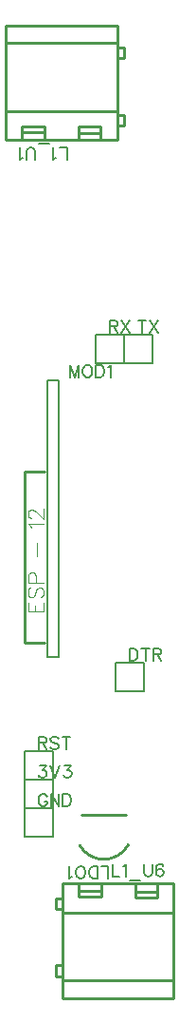
<source format=gto>
G04 Layer: TopSilkscreenLayer*
G04 EasyEDA v6.5.5, 2022-05-12 14:51:26*
G04 adf74ae4be104b6fa4aa75e98640d5de,defc1f93b7bc4f92b0c06f3051cee8fa,10*
G04 Gerber Generator version 0.2*
G04 Scale: 100 percent, Rotated: No, Reflected: No *
G04 Dimensions in millimeters *
G04 leading zeros omitted , absolute positions ,4 integer and 5 decimal *
%FSLAX45Y45*%
%MOMM*%

%ADD10C,0.2540*%
%ADD21C,0.2032*%
%ADD22C,0.2030*%
%ADD23C,0.1270*%
%ADD24C,0.1524*%
%ADD25C,0.1138*%

%LPD*%
D24*
X-446786Y-2257038D02*
G01*
X-389636Y-2257038D01*
X-420878Y-2298694D01*
X-405129Y-2298694D01*
X-394970Y-2303774D01*
X-389636Y-2308854D01*
X-384555Y-2324602D01*
X-384555Y-2335016D01*
X-389636Y-2350510D01*
X-400050Y-2360924D01*
X-415544Y-2366004D01*
X-431292Y-2366004D01*
X-446786Y-2360924D01*
X-452120Y-2355844D01*
X-457200Y-2345430D01*
X-350265Y-2257038D02*
G01*
X-308610Y-2366004D01*
X-266954Y-2257038D02*
G01*
X-308610Y-2366004D01*
X-222250Y-2257038D02*
G01*
X-165100Y-2257038D01*
X-196342Y-2298694D01*
X-180847Y-2298694D01*
X-170434Y-2303774D01*
X-165100Y-2308854D01*
X-160020Y-2324602D01*
X-160020Y-2335016D01*
X-165100Y-2350510D01*
X-175513Y-2360924D01*
X-191262Y-2366004D01*
X-206755Y-2366004D01*
X-222250Y-2360924D01*
X-227584Y-2355844D01*
X-232663Y-2345430D01*
X355600Y-1215641D02*
G01*
X355600Y-1324607D01*
X355600Y-1215641D02*
G01*
X391921Y-1215641D01*
X407670Y-1220721D01*
X417829Y-1231135D01*
X423163Y-1241549D01*
X428244Y-1257297D01*
X428244Y-1283205D01*
X423163Y-1298699D01*
X417829Y-1309113D01*
X407670Y-1319527D01*
X391921Y-1324607D01*
X355600Y-1324607D01*
X499110Y-1215641D02*
G01*
X499110Y-1324607D01*
X462534Y-1215641D02*
G01*
X535431Y-1215641D01*
X569721Y-1215641D02*
G01*
X569721Y-1324607D01*
X569721Y-1215641D02*
G01*
X616457Y-1215641D01*
X631952Y-1220721D01*
X637286Y-1226055D01*
X642365Y-1236469D01*
X642365Y-1246883D01*
X637286Y-1257297D01*
X631952Y-1262377D01*
X616457Y-1267457D01*
X569721Y-1267457D01*
X606044Y-1267457D02*
G01*
X642365Y-1324607D01*
X-379221Y-2536946D02*
G01*
X-384555Y-2526532D01*
X-394970Y-2516118D01*
X-405129Y-2511038D01*
X-425957Y-2511038D01*
X-436371Y-2516118D01*
X-446786Y-2526532D01*
X-452120Y-2536946D01*
X-457200Y-2552694D01*
X-457200Y-2578602D01*
X-452120Y-2594096D01*
X-446786Y-2604510D01*
X-436371Y-2614924D01*
X-425957Y-2620004D01*
X-405129Y-2620004D01*
X-394970Y-2614924D01*
X-384555Y-2604510D01*
X-379221Y-2594096D01*
X-379221Y-2578602D01*
X-405129Y-2578602D02*
G01*
X-379221Y-2578602D01*
X-344931Y-2511038D02*
G01*
X-344931Y-2620004D01*
X-344931Y-2511038D02*
G01*
X-272287Y-2620004D01*
X-272287Y-2511038D02*
G01*
X-272287Y-2620004D01*
X-237997Y-2511038D02*
G01*
X-237997Y-2620004D01*
X-237997Y-2511038D02*
G01*
X-201676Y-2511038D01*
X-185928Y-2516118D01*
X-175513Y-2526532D01*
X-170434Y-2536946D01*
X-165100Y-2552694D01*
X-165100Y-2578602D01*
X-170434Y-2594096D01*
X-175513Y-2604510D01*
X-185928Y-2614924D01*
X-201676Y-2620004D01*
X-237997Y-2620004D01*
X-457200Y-2003038D02*
G01*
X-457200Y-2112004D01*
X-457200Y-2003038D02*
G01*
X-410463Y-2003038D01*
X-394970Y-2008118D01*
X-389636Y-2013452D01*
X-384555Y-2023866D01*
X-384555Y-2034280D01*
X-389636Y-2044694D01*
X-394970Y-2049774D01*
X-410463Y-2054854D01*
X-457200Y-2054854D01*
X-420878Y-2054854D02*
G01*
X-384555Y-2112004D01*
X-277368Y-2018532D02*
G01*
X-287781Y-2008118D01*
X-303529Y-2003038D01*
X-324104Y-2003038D01*
X-339852Y-2008118D01*
X-350265Y-2018532D01*
X-350265Y-2028946D01*
X-344931Y-2039360D01*
X-339852Y-2044694D01*
X-329437Y-2049774D01*
X-298195Y-2060188D01*
X-287781Y-2065268D01*
X-282702Y-2070602D01*
X-277368Y-2081016D01*
X-277368Y-2096510D01*
X-287781Y-2106924D01*
X-303529Y-2112004D01*
X-324104Y-2112004D01*
X-339852Y-2106924D01*
X-350265Y-2096510D01*
X-206755Y-2003038D02*
G01*
X-206755Y-2112004D01*
X-243078Y-2003038D02*
G01*
X-170434Y-2003038D01*
X177800Y1705353D02*
G01*
X177800Y1596387D01*
X177800Y1705353D02*
G01*
X224536Y1705353D01*
X240029Y1700273D01*
X245363Y1694939D01*
X250444Y1684525D01*
X250444Y1674111D01*
X245363Y1663697D01*
X240029Y1658617D01*
X224536Y1653537D01*
X177800Y1653537D01*
X214121Y1653537D02*
G01*
X250444Y1596387D01*
X284734Y1705353D02*
G01*
X357631Y1596387D01*
X357631Y1705353D02*
G01*
X284734Y1596387D01*
X468121Y1705353D02*
G01*
X468121Y1596387D01*
X431800Y1705353D02*
G01*
X504444Y1705353D01*
X538734Y1705353D02*
G01*
X611631Y1596387D01*
X611631Y1705353D02*
G01*
X538734Y1596387D01*
X-203200Y3135876D02*
G01*
X-203200Y3244842D01*
X-203200Y3244842D02*
G01*
X-265429Y3244842D01*
X-299720Y3156704D02*
G01*
X-310134Y3151370D01*
X-325881Y3135876D01*
X-325881Y3244842D01*
X-360171Y3281418D02*
G01*
X-453644Y3281418D01*
X-487934Y3135876D02*
G01*
X-487934Y3213854D01*
X-493013Y3229348D01*
X-503428Y3239762D01*
X-519176Y3244842D01*
X-529589Y3244842D01*
X-545084Y3239762D01*
X-555497Y3229348D01*
X-560578Y3213854D01*
X-560578Y3135876D01*
X-594868Y3156704D02*
G01*
X-605281Y3151370D01*
X-621029Y3135876D01*
X-621029Y3244842D01*
X203200Y-3135876D02*
G01*
X203200Y-3244842D01*
X203200Y-3244842D02*
G01*
X265429Y-3244842D01*
X299720Y-3156704D02*
G01*
X310134Y-3151370D01*
X325881Y-3135876D01*
X325881Y-3244842D01*
X360171Y-3281418D02*
G01*
X453644Y-3281418D01*
X487934Y-3135876D02*
G01*
X487934Y-3213854D01*
X493013Y-3229348D01*
X503428Y-3239762D01*
X519176Y-3244842D01*
X529589Y-3244842D01*
X545084Y-3239762D01*
X555497Y-3229348D01*
X560578Y-3213854D01*
X560578Y-3135876D01*
X657352Y-3151370D02*
G01*
X652018Y-3140956D01*
X636523Y-3135876D01*
X626110Y-3135876D01*
X610615Y-3140956D01*
X600202Y-3156704D01*
X594868Y-3182612D01*
X594868Y-3208520D01*
X600202Y-3229348D01*
X610615Y-3239762D01*
X626110Y-3244842D01*
X631189Y-3244842D01*
X646937Y-3239762D01*
X657352Y-3229348D01*
X662431Y-3213854D01*
X662431Y-3208520D01*
X657352Y-3193026D01*
X646937Y-3182612D01*
X631189Y-3177532D01*
X626110Y-3177532D01*
X610615Y-3182612D01*
X600202Y-3193026D01*
X594868Y-3208520D01*
X165100Y-3264910D02*
G01*
X165100Y-3155944D01*
X165100Y-3155944D02*
G01*
X102870Y-3155944D01*
X68579Y-3264910D02*
G01*
X68579Y-3155944D01*
X68579Y-3264910D02*
G01*
X32004Y-3264910D01*
X16510Y-3259830D01*
X6095Y-3249416D01*
X1015Y-3239002D01*
X-4318Y-3223254D01*
X-4318Y-3197346D01*
X1015Y-3181852D01*
X6095Y-3171438D01*
X16510Y-3161024D01*
X32004Y-3155944D01*
X68579Y-3155944D01*
X-69850Y-3264910D02*
G01*
X-59436Y-3259830D01*
X-49021Y-3249416D01*
X-43687Y-3239002D01*
X-38607Y-3223254D01*
X-38607Y-3197346D01*
X-43687Y-3181852D01*
X-49021Y-3171438D01*
X-59436Y-3161024D01*
X-69850Y-3155944D01*
X-90423Y-3155944D01*
X-100837Y-3161024D01*
X-111252Y-3171438D01*
X-116586Y-3181852D01*
X-121665Y-3197346D01*
X-121665Y-3223254D01*
X-116586Y-3239002D01*
X-111252Y-3249416D01*
X-100837Y-3259830D01*
X-90423Y-3264910D01*
X-69850Y-3264910D01*
X-155955Y-3244082D02*
G01*
X-166370Y-3249416D01*
X-181863Y-3264910D01*
X-181863Y-3155944D01*
X-177800Y1309115D02*
G01*
X-177800Y1200150D01*
X-177800Y1309115D02*
G01*
X-136144Y1200150D01*
X-94742Y1309115D02*
G01*
X-136144Y1200150D01*
X-94742Y1309115D02*
G01*
X-94742Y1200150D01*
X-29210Y1309115D02*
G01*
X-39623Y1304036D01*
X-50037Y1293621D01*
X-55118Y1283207D01*
X-60452Y1267460D01*
X-60452Y1241552D01*
X-55118Y1226057D01*
X-50037Y1215644D01*
X-39623Y1205229D01*
X-29210Y1200150D01*
X-8381Y1200150D01*
X2031Y1205229D01*
X12445Y1215644D01*
X17526Y1226057D01*
X22860Y1241552D01*
X22860Y1267460D01*
X17526Y1283207D01*
X12445Y1293621D01*
X2031Y1304036D01*
X-8381Y1309115D01*
X-29210Y1309115D01*
X57150Y1309115D02*
G01*
X57150Y1200150D01*
X57150Y1309115D02*
G01*
X93471Y1309115D01*
X108965Y1304036D01*
X119379Y1293621D01*
X124460Y1283207D01*
X129794Y1267460D01*
X129794Y1241552D01*
X124460Y1226057D01*
X119379Y1215644D01*
X108965Y1205229D01*
X93471Y1200150D01*
X57150Y1200150D01*
X164084Y1288287D02*
G01*
X174497Y1293621D01*
X189992Y1309115D01*
X189992Y1200150D01*
D25*
X-549884Y-889000D02*
G01*
X-414248Y-889000D01*
X-549884Y-889000D02*
G01*
X-549884Y-804926D01*
X-485368Y-889000D02*
G01*
X-485368Y-837184D01*
X-414248Y-889000D02*
G01*
X-414248Y-804926D01*
X-530580Y-671829D02*
G01*
X-543534Y-684784D01*
X-549884Y-704087D01*
X-549884Y-729995D01*
X-543534Y-749300D01*
X-530580Y-762254D01*
X-517626Y-762254D01*
X-504672Y-755904D01*
X-498322Y-749300D01*
X-491718Y-736345D01*
X-478764Y-697737D01*
X-472414Y-684784D01*
X-465810Y-678179D01*
X-452856Y-671829D01*
X-433552Y-671829D01*
X-420598Y-684784D01*
X-414248Y-704087D01*
X-414248Y-729995D01*
X-420598Y-749300D01*
X-433552Y-762254D01*
X-549884Y-629157D02*
G01*
X-414248Y-629157D01*
X-549884Y-629157D02*
G01*
X-549884Y-570992D01*
X-543534Y-551434D01*
X-536930Y-545084D01*
X-523976Y-538479D01*
X-504672Y-538479D01*
X-491718Y-545084D01*
X-485368Y-551434D01*
X-478764Y-570992D01*
X-478764Y-629157D01*
X-472414Y-396239D02*
G01*
X-472414Y-279907D01*
X-523976Y-137668D02*
G01*
X-530580Y-124713D01*
X-549884Y-105410D01*
X-414248Y-105410D01*
X-517626Y-56134D02*
G01*
X-523976Y-56134D01*
X-536930Y-49784D01*
X-543534Y-43434D01*
X-549884Y-30479D01*
X-549884Y-4571D01*
X-543534Y8381D01*
X-536930Y14986D01*
X-523976Y21336D01*
X-511022Y21336D01*
X-498322Y14986D01*
X-478764Y2031D01*
X-414248Y-62737D01*
X-414248Y27686D01*
D21*
X-330200Y-2641594D02*
G01*
X-584200Y-2641594D01*
X-584200Y-2387594D01*
X-330200Y-2387594D01*
X-330200Y-2578094D01*
D22*
X-330200Y-2641594D02*
G01*
X-330200Y-2578094D01*
D21*
X482600Y-1600197D02*
G01*
X228600Y-1600197D01*
X228600Y-1346197D01*
X482600Y-1346197D01*
X482600Y-1536697D01*
D22*
X482600Y-1600197D02*
G01*
X482600Y-1536697D01*
D21*
X-330200Y-2895594D02*
G01*
X-584200Y-2895594D01*
X-584200Y-2641594D01*
X-330200Y-2641594D01*
X-330200Y-2832094D01*
D22*
X-330200Y-2895594D02*
G01*
X-330200Y-2832094D01*
D21*
X-330200Y-2387594D02*
G01*
X-584200Y-2387594D01*
X-584200Y-2133594D01*
X-330200Y-2133594D01*
X-330200Y-2324094D01*
D22*
X-330200Y-2387594D02*
G01*
X-330200Y-2324094D01*
D21*
X304800Y1320797D02*
G01*
X50800Y1320797D01*
X50800Y1574797D01*
X304800Y1574797D01*
X304800Y1384297D01*
D22*
X304800Y1320797D02*
G01*
X304800Y1384297D01*
D21*
X558800Y1320797D02*
G01*
X304800Y1320797D01*
X304800Y1574797D01*
X558800Y1574797D01*
X558800Y1384297D01*
D22*
X558800Y1320797D02*
G01*
X558800Y1384297D01*
D10*
X-750001Y4329991D02*
G01*
X-750001Y3309990D01*
X242001Y3309990D02*
G01*
X-750001Y3309990D01*
X246001Y3309990D02*
G01*
X246001Y4329991D01*
X242001Y4173745D02*
G01*
X-750001Y4173745D01*
X242001Y3569075D02*
G01*
X-750001Y3569075D01*
X246126Y4134350D02*
G01*
X304800Y4134350D01*
X304800Y4038592D01*
X246126Y4038592D01*
X246126Y3537450D02*
G01*
X304800Y3537450D01*
X304800Y3441692D01*
X246126Y3441692D01*
X242001Y4329991D02*
G01*
X-750001Y4329991D01*
X97149Y3309993D02*
G01*
X97149Y3428992D01*
X-101600Y3428992D01*
X-101600Y3309993D01*
X97149Y3376683D02*
G01*
X-101600Y3376683D01*
X-406400Y3381387D02*
G01*
X-605147Y3381387D01*
X-406400Y3314692D02*
G01*
X-406400Y3433693D01*
X-605147Y3433693D01*
X-605147Y3314692D01*
X750001Y-4329991D02*
G01*
X750001Y-3309990D01*
X-242001Y-3309990D02*
G01*
X750001Y-3309990D01*
X-246001Y-3309990D02*
G01*
X-246001Y-4329991D01*
X-242001Y-4173745D02*
G01*
X750001Y-4173745D01*
X-242001Y-3569075D02*
G01*
X750001Y-3569075D01*
X-246126Y-4134350D02*
G01*
X-304800Y-4134350D01*
X-304800Y-4038592D01*
X-246126Y-4038592D01*
X-246126Y-3537450D02*
G01*
X-304800Y-3537450D01*
X-304800Y-3441692D01*
X-246126Y-3441692D01*
X-242001Y-4329991D02*
G01*
X750001Y-4329991D01*
X-97149Y-3309993D02*
G01*
X-97149Y-3428992D01*
X101600Y-3428992D01*
X101600Y-3309993D01*
X-97149Y-3376683D02*
G01*
X101600Y-3376683D01*
X406400Y-3381387D02*
G01*
X605147Y-3381387D01*
X406400Y-3314692D02*
G01*
X406400Y-3433693D01*
X605147Y-3433693D01*
X605147Y-3314692D01*
X-70993Y-2694807D02*
G01*
X324993Y-2694807D01*
D23*
X-381000Y431800D02*
G01*
X-381000Y1168400D01*
X-279400Y1168400D01*
X-279400Y-1295400D01*
X-381000Y-1295400D01*
X-381000Y431800D01*
D10*
X-406400Y-1168400D02*
G01*
X-584200Y-1168400D01*
X-584200Y355600D01*
X-406400Y355600D01*
G75*
G01*
X-87376Y-2970779D02*
G03*
X344147Y-2965940I214376J125982D01*
M02*

</source>
